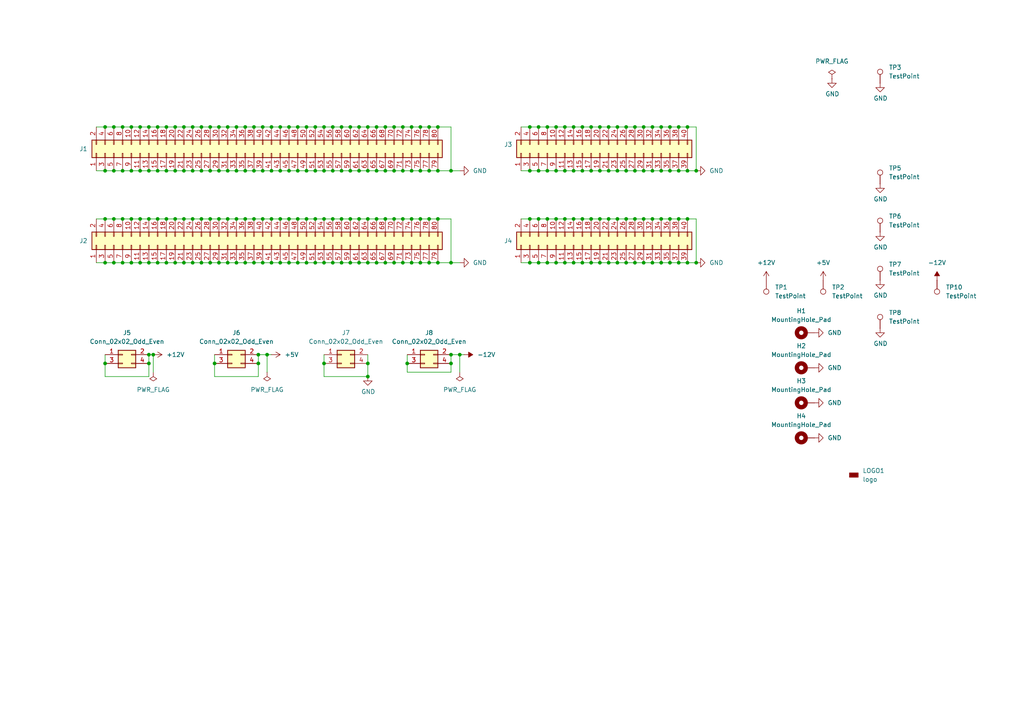
<source format=kicad_sch>
(kicad_sch (version 20231120) (generator "eeschema") (generator_version "8.0")
  (paper "A4")
  (lib_symbols
    (symbol "Connector:TestPoint" (pin_numbers hide) (pin_names (offset 0.762) hide)
      (property "Reference" "TP" (at 0 6.858 0))
      (property "Value" "TestPoint" (at 0 5.08 0))
      (symbol "TestPoint_1_1"
        (pin passive line (at 0 0 90) (length 2.54) (name "1") (number "1"))
      )
    )
    (symbol "Connector_Generic:Conn_02x02_Odd_Even" (pin_names (offset 1.016) hide)
      (property "Reference" "J" (at 1.27 2.54 0))
      (property "Value" "Conn_02x02_Odd_Even" (at 1.27 -5.08 0))
      (symbol "Conn_02x02_Odd_Even_1_1"
        (pin passive line (at -5.08 0 0) (length 3.81) (name "Pin_1") (number "1"))
        (pin passive line (at 7.62 0 180) (length 3.81) (name "Pin_2") (number "2"))
        (pin passive line (at -5.08 -2.54 0) (length 3.81) (name "Pin_3") (number "3"))
        (pin passive line (at 7.62 -2.54 180) (length 3.81) (name "Pin_4") (number "4"))
      )
    )
    (symbol "Connector_Generic:Conn_02x20_Odd_Even" (pin_names (offset 1.016) hide)
      (property "Reference" "J" (at 1.27 25.4 0))
      (property "Value" "Conn_02x20_Odd_Even" (at 1.27 -27.94 0))
      (symbol "Conn_02x20_Odd_Even_1_1"
        (pin passive line (at -5.08 22.86 0) (length 3.81) (name "Pin_1") (number "1"))
        (pin passive line (at 7.62 12.7 180) (length 3.81) (name "Pin_10") (number "10"))
        (pin passive line (at -5.08 10.16 0) (length 3.81) (name "Pin_11") (number "11"))
        (pin passive line (at 7.62 10.16 180) (length 3.81) (name "Pin_12") (number "12"))
        (pin passive line (at -5.08 7.62 0) (length 3.81) (name "Pin_13") (number "13"))
        (pin passive line (at 7.62 7.62 180) (length 3.81) (name "Pin_14") (number "14"))
        (pin passive line (at -5.08 5.08 0) (length 3.81) (name "Pin_15") (number "15"))
        (pin passive line (at 7.62 5.08 180) (length 3.81) (name "Pin_16") (number "16"))
        (pin passive line (at -5.08 2.54 0) (length 3.81) (name "Pin_17") (number "17"))
        (pin passive line (at 7.62 2.54 180) (length 3.81) (name "Pin_18") (number "18"))
        (pin passive line (at -5.08 0 0) (length 3.81) (name "Pin_19") (number "19"))
        (pin passive line (at 7.62 22.86 180) (length 3.81) (name "Pin_2") (number "2"))
        (pin passive line (at 7.62 0 180) (length 3.81) (name "Pin_20") (number "20"))
        (pin passive line (at -5.08 -2.54 0) (length 3.81) (name "Pin_21") (number "21"))
        (pin passive line (at 7.62 -2.54 180) (length 3.81) (name "Pin_22") (number "22"))
        (pin passive line (at -5.08 -5.08 0) (length 3.81) (name "Pin_23") (number "23"))
        (pin passive line (at 7.62 -5.08 180) (length 3.81) (name "Pin_24") (number "24"))
        (pin passive line (at -5.08 -7.62 0) (length 3.81) (name "Pin_25") (number "25"))
        (pin passive line (at 7.62 -7.62 180) (length 3.81) (name "Pin_26") (number "26"))
        (pin passive line (at -5.08 -10.16 0) (length 3.81) (name "Pin_27") (number "27"))
        (pin passive line (at 7.62 -10.16 180) (length 3.81) (name "Pin_28") (number "28"))
        (pin passive line (at -5.08 -12.7 0) (length 3.81) (name "Pin_29") (number "29"))
        (pin passive line (at -5.08 20.32 0) (length 3.81) (name "Pin_3") (number "3"))
        (pin passive line (at 7.62 -12.7 180) (length 3.81) (name "Pin_30") (number "30"))
        (pin passive line (at -5.08 -15.24 0) (length 3.81) (name "Pin_31") (number "31"))
        (pin passive line (at 7.62 -15.24 180) (length 3.81) (name "Pin_32") (number "32"))
        (pin passive line (at -5.08 -17.78 0) (length 3.81) (name "Pin_33") (number "33"))
        (pin passive line (at 7.62 -17.78 180) (length 3.81) (name "Pin_34") (number "34"))
        (pin passive line (at -5.08 -20.32 0) (length 3.81) (name "Pin_35") (number "35"))
        (pin passive line (at 7.62 -20.32 180) (length 3.81) (name "Pin_36") (number "36"))
        (pin passive line (at -5.08 -22.86 0) (length 3.81) (name "Pin_37") (number "37"))
        (pin passive line (at 7.62 -22.86 180) (length 3.81) (name "Pin_38") (number "38"))
        (pin passive line (at -5.08 -25.4 0) (length 3.81) (name "Pin_39") (number "39"))
        (pin passive line (at 7.62 20.32 180) (length 3.81) (name "Pin_4") (number "4"))
        (pin passive line (at 7.62 -25.4 180) (length 3.81) (name "Pin_40") (number "40"))
        (pin passive line (at -5.08 17.78 0) (length 3.81) (name "Pin_5") (number "5"))
        (pin passive line (at 7.62 17.78 180) (length 3.81) (name "Pin_6") (number "6"))
        (pin passive line (at -5.08 15.24 0) (length 3.81) (name "Pin_7") (number "7"))
        (pin passive line (at 7.62 15.24 180) (length 3.81) (name "Pin_8") (number "8"))
        (pin passive line (at -5.08 12.7 0) (length 3.81) (name "Pin_9") (number "9"))
      )
    )
    (symbol "Connector_Generic:Conn_02x40_Odd_Even" (pin_names (offset 1.016) hide)
      (property "Reference" "J" (at 1.27 50.8 0))
      (property "Value" "Conn_02x40_Odd_Even" (at 1.27 -53.34 0))
      (symbol "Conn_02x40_Odd_Even_1_1"
        (pin passive line (at -5.08 48.26 0) (length 3.81) (name "Pin_1") (number "1"))
        (pin passive line (at 7.62 38.1 180) (length 3.81) (name "Pin_10") (number "10"))
        (pin passive line (at -5.08 35.56 0) (length 3.81) (name "Pin_11") (number "11"))
        (pin passive line (at 7.62 35.56 180) (length 3.81) (name "Pin_12") (number "12"))
        (pin passive line (at -5.08 33.02 0) (length 3.81) (name "Pin_13") (number "13"))
        (pin passive line (at 7.62 33.02 180) (length 3.81) (name "Pin_14") (number "14"))
        (pin passive line (at -5.08 30.48 0) (length 3.81) (name "Pin_15") (number "15"))
        (pin passive line (at 7.62 30.48 180) (length 3.81) (name "Pin_16") (number "16"))
        (pin passive line (at -5.08 27.94 0) (length 3.81) (name "Pin_17") (number "17"))
        (pin passive line (at 7.62 27.94 180) (length 3.81) (name "Pin_18") (number "18"))
        (pin passive line (at -5.08 25.4 0) (length 3.81) (name "Pin_19") (number "19"))
        (pin passive line (at 7.62 48.26 180) (length 3.81) (name "Pin_2") (number "2"))
        (pin passive line (at 7.62 25.4 180) (length 3.81) (name "Pin_20") (number "20"))
        (pin passive line (at -5.08 22.86 0) (length 3.81) (name "Pin_21") (number "21"))
        (pin passive line (at 7.62 22.86 180) (length 3.81) (name "Pin_22") (number "22"))
        (pin passive line (at -5.08 20.32 0) (length 3.81) (name "Pin_23") (number "23"))
        (pin passive line (at 7.62 20.32 180) (length 3.81) (name "Pin_24") (number "24"))
        (pin passive line (at -5.08 17.78 0) (length 3.81) (name "Pin_25") (number "25"))
        (pin passive line (at 7.62 17.78 180) (length 3.81) (name "Pin_26") (number "26"))
        (pin passive line (at -5.08 15.24 0) (length 3.81) (name "Pin_27") (number "27"))
        (pin passive line (at 7.62 15.24 180) (length 3.81) (name "Pin_28") (number "28"))
        (pin passive line (at -5.08 12.7 0) (length 3.81) (name "Pin_29") (number "29"))
        (pin passive line (at -5.08 45.72 0) (length 3.81) (name "Pin_3") (number "3"))
        (pin passive line (at 7.62 12.7 180) (length 3.81) (name "Pin_30") (number "30"))
        (pin passive line (at -5.08 10.16 0) (length 3.81) (name "Pin_31") (number "31"))
        (pin passive line (at 7.62 10.16 180) (length 3.81) (name "Pin_32") (number "32"))
        (pin passive line (at -5.08 7.62 0) (length 3.81) (name "Pin_33") (number "33"))
        (pin passive line (at 7.62 7.62 180) (length 3.81) (name "Pin_34") (number "34"))
        (pin passive line (at -5.08 5.08 0) (length 3.81) (name "Pin_35") (number "35"))
        (pin passive line (at 7.62 5.08 180) (length 3.81) (name "Pin_36") (number "36"))
        (pin passive line (at -5.08 2.54 0) (length 3.81) (name "Pin_37") (number "37"))
        (pin passive line (at 7.62 2.54 180) (length 3.81) (name "Pin_38") (number "38"))
        (pin passive line (at -5.08 0 0) (length 3.81) (name "Pin_39") (number "39"))
        (pin passive line (at 7.62 45.72 180) (length 3.81) (name "Pin_4") (number "4"))
        (pin passive line (at 7.62 0 180) (length 3.81) (name "Pin_40") (number "40"))
        (pin passive line (at -5.08 -2.54 0) (length 3.81) (name "Pin_41") (number "41"))
        (pin passive line (at 7.62 -2.54 180) (length 3.81) (name "Pin_42") (number "42"))
        (pin passive line (at -5.08 -5.08 0) (length 3.81) (name "Pin_43") (number "43"))
        (pin passive line (at 7.62 -5.08 180) (length 3.81) (name "Pin_44") (number "44"))
        (pin passive line (at -5.08 -7.62 0) (length 3.81) (name "Pin_45") (number "45"))
        (pin passive line (at 7.62 -7.62 180) (length 3.81) (name "Pin_46") (number "46"))
        (pin passive line (at -5.08 -10.16 0) (length 3.81) (name "Pin_47") (number "47"))
        (pin passive line (at 7.62 -10.16 180) (length 3.81) (name "Pin_48") (number "48"))
        (pin passive line (at -5.08 -12.7 0) (length 3.81) (name "Pin_49") (number "49"))
        (pin passive line (at -5.08 43.18 0) (length 3.81) (name "Pin_5") (number "5"))
        (pin passive line (at 7.62 -12.7 180) (length 3.81) (name "Pin_50") (number "50"))
        (pin passive line (at -5.08 -15.24 0) (length 3.81) (name "Pin_51") (number "51"))
        (pin passive line (at 7.62 -15.24 180) (length 3.81) (name "Pin_52") (number "52"))
        (pin passive line (at -5.08 -17.78 0) (length 3.81) (name "Pin_53") (number "53"))
        (pin passive line (at 7.62 -17.78 180) (length 3.81) (name "Pin_54") (number "54"))
        (pin passive line (at -5.08 -20.32 0) (length 3.81) (name "Pin_55") (number "55"))
        (pin passive line (at 7.62 -20.32 180) (length 3.81) (name "Pin_56") (number "56"))
        (pin passive line (at -5.08 -22.86 0) (length 3.81) (name "Pin_57") (number "57"))
        (pin passive line (at 7.62 -22.86 180) (length 3.81) (name "Pin_58") (number "58"))
        (pin passive line (at -5.08 -25.4 0) (length 3.81) (name "Pin_59") (number "59"))
        (pin passive line (at 7.62 43.18 180) (length 3.81) (name "Pin_6") (number "6"))
        (pin passive line (at 7.62 -25.4 180) (length 3.81) (name "Pin_60") (number "60"))
        (pin passive line (at -5.08 -27.94 0) (length 3.81) (name "Pin_61") (number "61"))
        (pin passive line (at 7.62 -27.94 180) (length 3.81) (name "Pin_62") (number "62"))
        (pin passive line (at -5.08 -30.48 0) (length 3.81) (name "Pin_63") (number "63"))
        (pin passive line (at 7.62 -30.48 180) (length 3.81) (name "Pin_64") (number "64"))
        (pin passive line (at -5.08 -33.02 0) (length 3.81) (name "Pin_65") (number "65"))
        (pin passive line (at 7.62 -33.02 180) (length 3.81) (name "Pin_66") (number "66"))
        (pin passive line (at -5.08 -35.56 0) (length 3.81) (name "Pin_67") (number "67"))
        (pin passive line (at 7.62 -35.56 180) (length 3.81) (name "Pin_68") (number "68"))
        (pin passive line (at -5.08 -38.1 0) (length 3.81) (name "Pin_69") (number "69"))
        (pin passive line (at -5.08 40.64 0) (length 3.81) (name "Pin_7") (number "7"))
        (pin passive line (at 7.62 -38.1 180) (length 3.81) (name "Pin_70") (number "70"))
        (pin passive line (at -5.08 -40.64 0) (length 3.81) (name "Pin_71") (number "71"))
        (pin passive line (at 7.62 -40.64 180) (length 3.81) (name "Pin_72") (number "72"))
        (pin passive line (at -5.08 -43.18 0) (length 3.81) (name "Pin_73") (number "73"))
        (pin passive line (at 7.62 -43.18 180) (length 3.81) (name "Pin_74") (number "74"))
        (pin passive line (at -5.08 -45.72 0) (length 3.81) (name "Pin_75") (number "75"))
        (pin passive line (at 7.62 -45.72 180) (length 3.81) (name "Pin_76") (number "76"))
        (pin passive line (at -5.08 -48.26 0) (length 3.81) (name "Pin_77") (number "77"))
        (pin passive line (at 7.62 -48.26 180) (length 3.81) (name "Pin_78") (number "78"))
        (pin passive line (at -5.08 -50.8 0) (length 3.81) (name "Pin_79") (number "79"))
        (pin passive line (at 7.62 40.64 180) (length 3.81) (name "Pin_8") (number "8"))
        (pin passive line (at 7.62 -50.8 180) (length 3.81) (name "Pin_80") (number "80"))
        (pin passive line (at -5.08 38.1 0) (length 3.81) (name "Pin_9") (number "9"))
      )
    )
    (symbol "Mechanical:MountingHole_Pad" (pin_numbers hide) (pin_names (offset 1.016) hide) (exclude_from_sim yes) (in_bom no)
      (property "Reference" "H" (at 0 6.35 0))
      (property "Value" "MountingHole_Pad" (at 0 4.445 0))
      (symbol "MountingHole_Pad_1_1"
        (pin input line (at 0 -2.54 90) (length 2.54) (name "1") (number "1"))
      )
    )
    (symbol "PWR_FLAG_1" (power) (pin_numbers hide) (pin_names (offset 0) hide)
      (property "Value" "PWR_FLAG" (at 0 3.81 0))
      (symbol "PWR_FLAG_1_0_0"
        (pin power_out line (at 0 0 90) (length 0) (name "~") (number "1"))
      )
    )
    (symbol "mylib:logo" (pin_numbers hide) (pin_names (offset 0) hide)
      (property "Reference" "LOGO" (at 0 2.54 0))
      (property "Value" "logo" (at 0 1.27 0))
    )
    (symbol "power:+12V" (power) (pin_numbers hide) (pin_names (offset 0) hide)
      (property "Value" "+12V" (at 0 3.556 0))
      (symbol "+12V_1_1"
        (pin power_in line (at 0 0 90) (length 0) (name "~") (number "1"))
      )
    )
    (symbol "power:+5V" (power) (pin_numbers hide) (pin_names (offset 0) hide)
      (property "Value" "+5V" (at 0 3.556 0))
      (symbol "+5V_1_1"
        (pin power_in line (at 0 0 90) (length 0) (name "~") (number "1"))
      )
    )
    (symbol "power:-12V" (power) (pin_numbers hide) (pin_names (offset 0) hide)
      (property "Value" "-12V" (at 0 3.556 0))
      (symbol "-12V_0_0"
        (pin power_in line (at 0 0 90) (length 0) (name "~") (number "1"))
      )
    )
    (symbol "power:GND" (power) (pin_numbers hide) (pin_names (offset 0) hide)
      (property "Value" "GND" (at 0 -3.81 0))
      (symbol "GND_1_1"
        (pin power_in line (at 0 0 270) (length 0) (name "~") (number "1"))
      )
    )
  )
  (junction (at 104.14 36.83))
  (junction (at 158.75 49.53))
  (junction (at 40.64 49.53))
  (junction (at 60.96 36.83))
  (junction (at 181.61 49.53))
  (junction (at 50.8 63.5))
  (junction (at 114.3 36.83))
  (junction (at 168.91 76.2))
  (junction (at 168.91 49.53))
  (junction (at 73.66 49.53))
  (junction (at 179.07 63.5))
  (junction (at 33.02 76.2))
  (junction (at 55.88 76.2))
  (junction (at 101.6 36.83))
  (junction (at 78.74 76.2))
  (junction (at 35.56 49.53))
  (junction (at 93.98 49.53))
  (junction (at 189.23 63.5))
  (junction (at 58.42 63.5))
  (junction (at 53.34 36.83))
  (junction (at 78.74 63.5))
  (junction (at 153.67 76.2))
  (junction (at 171.45 36.83))
  (junction (at 33.02 49.53))
  (junction (at 194.31 49.53))
  (junction (at 173.99 36.83))
  (junction (at 121.92 49.53))
  (junction (at 30.48 63.5))
  (junction (at 119.38 36.83))
  (junction (at 111.76 49.53))
  (junction (at 60.96 49.53))
  (junction (at 76.2 76.2))
  (junction (at 166.37 49.53))
  (junction (at 179.07 49.53))
  (junction (at 166.37 63.5))
  (junction (at 30.48 105.41))
  (junction (at 88.9 76.2))
  (junction (at 153.67 63.5))
  (junction (at 153.67 36.83))
  (junction (at 60.96 63.5))
  (junction (at 88.9 36.83))
  (junction (at 184.15 49.53))
  (junction (at 156.21 63.5))
  (junction (at 86.36 63.5))
  (junction (at 194.31 63.5))
  (junction (at 127 49.53))
  (junction (at 179.07 76.2))
  (junction (at 38.1 36.83))
  (junction (at 50.8 76.2))
  (junction (at 55.88 49.53))
  (junction (at 99.06 36.83))
  (junction (at 196.85 63.5))
  (junction (at 161.29 63.5))
  (junction (at 99.06 49.53))
  (junction (at 63.5 76.2))
  (junction (at 130.81 102.87))
  (junction (at 91.44 63.5))
  (junction (at 130.81 49.53))
  (junction (at 163.83 76.2))
  (junction (at 78.74 36.83))
  (junction (at 161.29 49.53))
  (junction (at 68.58 76.2))
  (junction (at 45.72 76.2))
  (junction (at 96.52 76.2))
  (junction (at 43.18 63.5))
  (junction (at 189.23 49.53))
  (junction (at 114.3 63.5))
  (junction (at 96.52 63.5))
  (junction (at 86.36 49.53))
  (junction (at 91.44 76.2))
  (junction (at 48.26 36.83))
  (junction (at 171.45 49.53))
  (junction (at 99.06 76.2))
  (junction (at 196.85 76.2))
  (junction (at 109.22 76.2))
  (junction (at 127 63.5))
  (junction (at 66.04 76.2))
  (junction (at 130.81 105.41))
  (junction (at 199.39 36.83))
  (junction (at 119.38 49.53))
  (junction (at 43.18 76.2))
  (junction (at 76.2 63.5))
  (junction (at 101.6 76.2))
  (junction (at 161.29 76.2))
  (junction (at 173.99 63.5))
  (junction (at 199.39 76.2))
  (junction (at 124.46 63.5))
  (junction (at 191.77 63.5))
  (junction (at 184.15 36.83))
  (junction (at 189.23 36.83))
  (junction (at 50.8 49.53))
  (junction (at 196.85 49.53))
  (junction (at 176.53 63.5))
  (junction (at 86.36 36.83))
  (junction (at 35.56 36.83))
  (junction (at 45.72 63.5))
  (junction (at 48.26 63.5))
  (junction (at 81.28 36.83))
  (junction (at 106.68 109.22))
  (junction (at 106.68 76.2))
  (junction (at 191.77 49.53))
  (junction (at 58.42 76.2))
  (junction (at 181.61 36.83))
  (junction (at 176.53 49.53))
  (junction (at 116.84 63.5))
  (junction (at 74.93 102.87))
  (junction (at 73.66 76.2))
  (junction (at 53.34 49.53))
  (junction (at 173.99 76.2))
  (junction (at 43.18 105.41))
  (junction (at 66.04 36.83))
  (junction (at 199.39 63.5))
  (junction (at 73.66 36.83))
  (junction (at 163.83 49.53))
  (junction (at 166.37 76.2))
  (junction (at 109.22 63.5))
  (junction (at 201.93 49.53))
  (junction (at 181.61 76.2))
  (junction (at 96.52 49.53))
  (junction (at 184.15 76.2))
  (junction (at 186.69 63.5))
  (junction (at 156.21 49.53))
  (junction (at 163.83 63.5))
  (junction (at 48.26 49.53))
  (junction (at 186.69 36.83))
  (junction (at 93.98 63.5))
  (junction (at 106.68 36.83))
  (junction (at 55.88 36.83))
  (junction (at 83.82 49.53))
  (junction (at 196.85 36.83))
  (junction (at 33.02 63.5))
  (junction (at 119.38 76.2))
  (junction (at 186.69 76.2))
  (junction (at 109.22 49.53))
  (junction (at 71.12 63.5))
  (junction (at 168.91 36.83))
  (junction (at 81.28 63.5))
  (junction (at 176.53 76.2))
  (junction (at 99.06 63.5))
  (junction (at 38.1 76.2))
  (junction (at 38.1 49.53))
  (junction (at 68.58 63.5))
  (junction (at 171.45 63.5))
  (junction (at 71.12 76.2))
  (junction (at 153.67 49.53))
  (junction (at 121.92 63.5))
  (junction (at 118.11 105.41))
  (junction (at 58.42 49.53))
  (junction (at 179.07 36.83))
  (junction (at 86.36 76.2))
  (junction (at 124.46 36.83))
  (junction (at 40.64 63.5))
  (junction (at 91.44 36.83))
  (junction (at 40.64 76.2))
  (junction (at 45.72 36.83))
  (junction (at 93.98 76.2))
  (junction (at 156.21 36.83))
  (junction (at 76.2 36.83))
  (junction (at 161.29 36.83))
  (junction (at 68.58 36.83))
  (junction (at 127 36.83))
  (junction (at 130.81 76.2))
  (junction (at 116.84 76.2))
  (junction (at 60.96 76.2))
  (junction (at 171.45 76.2))
  (junction (at 194.31 36.83))
  (junction (at 166.37 36.83))
  (junction (at 106.68 105.41))
  (junction (at 106.68 49.53))
  (junction (at 114.3 49.53))
  (junction (at 133.35 102.87))
  (junction (at 201.93 76.2))
  (junction (at 63.5 36.83))
  (junction (at 44.45 102.87))
  (junction (at 116.84 36.83))
  (junction (at 53.34 63.5))
  (junction (at 83.82 76.2))
  (junction (at 119.38 63.5))
  (junction (at 74.93 105.41))
  (junction (at 53.34 76.2))
  (junction (at 93.98 36.83))
  (junction (at 121.92 36.83))
  (junction (at 184.15 63.5))
  (junction (at 168.91 63.5))
  (junction (at 173.99 49.53))
  (junction (at 114.3 76.2))
  (junction (at 104.14 63.5))
  (junction (at 104.14 49.53))
  (junction (at 156.21 76.2))
  (junction (at 93.98 105.41))
  (junction (at 77.47 102.87))
  (junction (at 66.04 63.5))
  (junction (at 176.53 36.83))
  (junction (at 121.92 76.2))
  (junction (at 38.1 63.5))
  (junction (at 111.76 63.5))
  (junction (at 101.6 63.5))
  (junction (at 55.88 63.5))
  (junction (at 109.22 36.83))
  (junction (at 191.77 76.2))
  (junction (at 71.12 49.53))
  (junction (at 30.48 76.2))
  (junction (at 35.56 76.2))
  (junction (at 111.76 36.83))
  (junction (at 124.46 76.2))
  (junction (at 191.77 36.83))
  (junction (at 124.46 49.53))
  (junction (at 158.75 63.5))
  (junction (at 48.26 76.2))
  (junction (at 76.2 49.53))
  (junction (at 43.18 36.83))
  (junction (at 127 76.2))
  (junction (at 71.12 36.83))
  (junction (at 40.64 36.83))
  (junction (at 81.28 49.53))
  (junction (at 194.31 76.2))
  (junction (at 62.23 105.41))
  (junction (at 106.68 63.5))
  (junction (at 158.75 76.2))
  (junction (at 58.42 36.83))
  (junction (at 83.82 36.83))
  (junction (at 186.69 49.53))
  (junction (at 35.56 63.5))
  (junction (at 68.58 49.53))
  (junction (at 158.75 36.83))
  (junction (at 91.44 49.53))
  (junction (at 73.66 63.5))
  (junction (at 30.48 36.83))
  (junction (at 88.9 49.53))
  (junction (at 43.18 102.87))
  (junction (at 30.48 49.53))
  (junction (at 45.72 49.53))
  (junction (at 116.84 49.53))
  (junction (at 111.76 76.2))
  (junction (at 33.02 36.83))
  (junction (at 199.39 49.53))
  (junction (at 181.61 63.5))
  (junction (at 88.9 63.5))
  (junction (at 50.8 36.83))
  (junction (at 96.52 36.83))
  (junction (at 104.14 76.2))
  (junction (at 101.6 49.53))
  (junction (at 163.83 36.83))
  (junction (at 189.23 76.2))
  (junction (at 66.04 49.53))
  (junction (at 63.5 63.5))
  (junction (at 83.82 63.5))
  (junction (at 43.18 49.53))
  (junction (at 78.74 49.53))
  (junction (at 63.5 49.53))
  (junction (at 81.28 76.2))
  (wire (pts (xy 96.52 76.2) (xy 99.06 76.2)))
  (wire (pts (xy 55.88 36.83) (xy 58.42 36.83)))
  (wire (pts (xy 53.34 49.53) (xy 55.88 49.53)))
  (wire (pts (xy 66.04 76.2) (xy 68.58 76.2)))
  (wire (pts (xy 151.13 49.53) (xy 153.67 49.53)))
  (wire (pts (xy 38.1 36.83) (xy 40.64 36.83)))
  (wire (pts (xy 81.28 63.5) (xy 83.82 63.5)))
  (wire (pts (xy 93.98 76.2) (xy 96.52 76.2)))
  (wire (pts (xy 166.37 49.53) (xy 168.91 49.53)))
  (wire (pts (xy 96.52 36.83) (xy 99.06 36.83)))
  (wire (pts (xy 124.46 76.2) (xy 127 76.2)))
  (wire (pts (xy 58.42 49.53) (xy 60.96 49.53)))
  (wire (pts (xy 45.72 76.2) (xy 48.26 76.2)))
  (wire (pts (xy 83.82 63.5) (xy 86.36 63.5)))
  (wire (pts (xy 62.23 102.87) (xy 62.23 105.41)))
  (wire (pts (xy 83.82 49.53) (xy 86.36 49.53)))
  (wire (pts (xy 58.42 36.83) (xy 60.96 36.83)))
  (wire (pts (xy 74.93 102.87) (xy 77.47 102.87)))
  (wire (pts (xy 189.23 36.83) (xy 191.77 36.83)))
  (wire (pts (xy 40.64 36.83) (xy 43.18 36.83)))
  (wire (pts (xy 106.68 109.22) (xy 93.98 109.22)))
  (wire (pts (xy 196.85 76.2) (xy 199.39 76.2)))
  (wire (pts (xy 60.96 49.53) (xy 63.5 49.53)))
  (wire (pts (xy 163.83 76.2) (xy 166.37 76.2)))
  (wire (pts (xy 73.66 63.5) (xy 76.2 63.5)))
  (wire (pts (xy 130.81 102.87) (xy 133.35 102.87)))
  (wire (pts (xy 179.07 76.2) (xy 181.61 76.2)))
  (wire (pts (xy 66.04 36.83) (xy 68.58 36.83)))
  (wire (pts (xy 130.81 102.87) (xy 130.81 105.41)))
  (wire (pts (xy 93.98 102.87) (xy 93.98 105.41)))
  (wire (pts (xy 158.75 76.2) (xy 161.29 76.2)))
  (wire (pts (xy 176.53 49.53) (xy 179.07 49.53)))
  (wire (pts (xy 68.58 63.5) (xy 71.12 63.5)))
  (wire (pts (xy 101.6 49.53) (xy 104.14 49.53)))
  (wire (pts (xy 201.93 76.2) (xy 201.93 63.5)))
  (wire (pts (xy 99.06 49.53) (xy 101.6 49.53)))
  (wire (pts (xy 163.83 49.53) (xy 166.37 49.53)))
  (wire (pts (xy 50.8 49.53) (xy 53.34 49.53)))
  (wire (pts (xy 186.69 36.83) (xy 189.23 36.83)))
  (wire (pts (xy 201.93 49.53) (xy 201.93 36.83)))
  (wire (pts (xy 166.37 76.2) (xy 168.91 76.2)))
  (wire (pts (xy 33.02 63.5) (xy 35.56 63.5)))
  (wire (pts (xy 38.1 76.2) (xy 40.64 76.2)))
  (wire (pts (xy 73.66 36.83) (xy 76.2 36.83)))
  (wire (pts (xy 30.48 49.53) (xy 33.02 49.53)))
  (wire (pts (xy 30.48 102.87) (xy 30.48 105.41)))
  (wire (pts (xy 161.29 76.2) (xy 163.83 76.2)))
  (wire (pts (xy 106.68 36.83) (xy 109.22 36.83)))
  (wire (pts (xy 62.23 109.22) (xy 74.93 109.22)))
  (wire (pts (xy 33.02 49.53) (xy 35.56 49.53)))
  (wire (pts (xy 166.37 36.83) (xy 168.91 36.83)))
  (wire (pts (xy 83.82 76.2) (xy 86.36 76.2)))
  (wire (pts (xy 77.47 102.87) (xy 78.74 102.87)))
  (wire (pts (xy 127 49.53) (xy 130.81 49.53)))
  (wire (pts (xy 133.35 102.87) (xy 133.35 107.95)))
  (wire (pts (xy 184.15 63.5) (xy 186.69 63.5)))
  (wire (pts (xy 58.42 63.5) (xy 60.96 63.5)))
  (wire (pts (xy 45.72 49.53) (xy 48.26 49.53)))
  (wire (pts (xy 181.61 36.83) (xy 184.15 36.83)))
  (wire (pts (xy 130.81 36.83) (xy 130.81 49.53)))
  (wire (pts (xy 191.77 63.5) (xy 189.23 63.5)))
  (wire (pts (xy 76.2 36.83) (xy 78.74 36.83)))
  (wire (pts (xy 199.39 49.53) (xy 201.93 49.53)))
  (wire (pts (xy 48.26 36.83) (xy 50.8 36.83)))
  (wire (pts (xy 168.91 76.2) (xy 171.45 76.2)))
  (wire (pts (xy 78.74 49.53) (xy 81.28 49.53)))
  (wire (pts (xy 40.64 49.53) (xy 43.18 49.53)))
  (wire (pts (xy 93.98 36.83) (xy 96.52 36.83)))
  (wire (pts (xy 43.18 76.2) (xy 45.72 76.2)))
  (wire (pts (xy 43.18 105.41) (xy 43.18 109.22)))
  (wire (pts (xy 194.31 76.2) (xy 196.85 76.2)))
  (wire (pts (xy 43.18 49.53) (xy 45.72 49.53)))
  (wire (pts (xy 43.18 102.87) (xy 44.45 102.87)))
  (wire (pts (xy 171.45 63.5) (xy 173.99 63.5)))
  (wire (pts (xy 55.88 63.5) (xy 58.42 63.5)))
  (wire (pts (xy 50.8 76.2) (xy 53.34 76.2)))
  (wire (pts (xy 44.45 102.87) (xy 44.45 107.95)))
  (wire (pts (xy 62.23 105.41) (xy 62.23 109.22)))
  (wire (pts (xy 81.28 76.2) (xy 83.82 76.2)))
  (wire (pts (xy 60.96 63.5) (xy 63.5 63.5)))
  (wire (pts (xy 179.07 63.5) (xy 181.61 63.5)))
  (wire (pts (xy 33.02 36.83) (xy 35.56 36.83)))
  (wire (pts (xy 63.5 36.83) (xy 66.04 36.83)))
  (wire (pts (xy 118.11 102.87) (xy 118.11 105.41)))
  (wire (pts (xy 35.56 49.53) (xy 38.1 49.53)))
  (wire (pts (xy 88.9 63.5) (xy 91.44 63.5)))
  (wire (pts (xy 43.18 36.83) (xy 45.72 36.83)))
  (wire (pts (xy 27.94 63.5) (xy 30.48 63.5)))
  (wire (pts (xy 171.45 49.53) (xy 173.99 49.53)))
  (wire (pts (xy 78.74 76.2) (xy 81.28 76.2)))
  (wire (pts (xy 127 36.83) (xy 130.81 36.83)))
  (wire (pts (xy 93.98 49.53) (xy 96.52 49.53)))
  (wire (pts (xy 93.98 109.22) (xy 93.98 105.41)))
  (wire (pts (xy 124.46 36.83) (xy 127 36.83)))
  (wire (pts (xy 45.72 63.5) (xy 48.26 63.5)))
  (wire (pts (xy 71.12 49.53) (xy 73.66 49.53)))
  (wire (pts (xy 173.99 36.83) (xy 176.53 36.83)))
  (wire (pts (xy 119.38 49.53) (xy 121.92 49.53)))
  (wire (pts (xy 119.38 76.2) (xy 121.92 76.2)))
  (wire (pts (xy 30.48 109.22) (xy 43.18 109.22)))
  (wire (pts (xy 99.06 63.5) (xy 101.6 63.5)))
  (wire (pts (xy 99.06 36.83) (xy 101.6 36.83)))
  (wire (pts (xy 176.53 76.2) (xy 179.07 76.2)))
  (wire (pts (xy 156.21 63.5) (xy 158.75 63.5)))
  (wire (pts (xy 30.48 76.2) (xy 33.02 76.2)))
  (wire (pts (xy 71.12 36.83) (xy 73.66 36.83)))
  (wire (pts (xy 179.07 49.53) (xy 181.61 49.53)))
  (wire (pts (xy 86.36 49.53) (xy 88.9 49.53)))
  (wire (pts (xy 118.11 107.95) (xy 130.81 107.95)))
  (wire (pts (xy 116.84 36.83) (xy 119.38 36.83)))
  (wire (pts (xy 163.83 36.83) (xy 166.37 36.83)))
  (wire (pts (xy 106.68 105.41) (xy 106.68 109.22)))
  (wire (pts (xy 173.99 49.53) (xy 176.53 49.53)))
  (wire (pts (xy 199.39 63.5) (xy 201.93 63.5)))
  (wire (pts (xy 130.81 105.41) (xy 130.81 107.95)))
  (wire (pts (xy 91.44 49.53) (xy 93.98 49.53)))
  (wire (pts (xy 78.74 63.5) (xy 81.28 63.5)))
  (wire (pts (xy 118.11 105.41) (xy 118.11 107.95)))
  (wire (pts (xy 77.47 102.87) (xy 77.47 107.95)))
  (wire (pts (xy 111.76 76.2) (xy 114.3 76.2)))
  (wire (pts (xy 163.83 63.5) (xy 166.37 63.5)))
  (wire (pts (xy 194.31 49.53) (xy 196.85 49.53)))
  (wire (pts (xy 173.99 63.5) (xy 176.53 63.5)))
  (wire (pts (xy 116.84 63.5) (xy 119.38 63.5)))
  (wire (pts (xy 168.91 36.83) (xy 171.45 36.83)))
  (wire (pts (xy 27.94 36.83) (xy 30.48 36.83)))
  (wire (pts (xy 171.45 36.83) (xy 173.99 36.83)))
  (wire (pts (xy 48.26 63.5) (xy 50.8 63.5)))
  (wire (pts (xy 166.37 63.5) (xy 168.91 63.5)))
  (wire (pts (xy 111.76 36.83) (xy 114.3 36.83)))
  (wire (pts (xy 156.21 76.2) (xy 158.75 76.2)))
  (wire (pts (xy 168.91 49.53) (xy 171.45 49.53)))
  (wire (pts (xy 201.93 36.83) (xy 199.39 36.83)))
  (wire (pts (xy 33.02 76.2) (xy 35.56 76.2)))
  (wire (pts (xy 176.53 36.83) (xy 179.07 36.83)))
  (wire (pts (xy 130.81 63.5) (xy 130.81 76.2)))
  (wire (pts (xy 83.82 36.83) (xy 86.36 36.83)))
  (wire (pts (xy 161.29 63.5) (xy 163.83 63.5)))
  (wire (pts (xy 91.44 76.2) (xy 93.98 76.2)))
  (wire (pts (xy 181.61 76.2) (xy 184.15 76.2)))
  (wire (pts (xy 60.96 76.2) (xy 63.5 76.2)))
  (wire (pts (xy 109.22 49.53) (xy 111.76 49.53)))
  (wire (pts (xy 38.1 49.53) (xy 40.64 49.53)))
  (wire (pts (xy 58.42 76.2) (xy 60.96 76.2)))
  (wire (pts (xy 86.36 63.5) (xy 88.9 63.5)))
  (wire (pts (xy 27.94 49.53) (xy 30.48 49.53)))
  (wire (pts (xy 191.77 49.53) (xy 189.23 49.53)))
  (wire (pts (xy 53.34 76.2) (xy 55.88 76.2)))
  (wire (pts (xy 30.48 63.5) (xy 33.02 63.5)))
  (wire (pts (xy 48.26 76.2) (xy 50.8 76.2)))
  (wire (pts (xy 60.96 36.83) (xy 63.5 36.83)))
  (wire (pts (xy 73.66 76.2) (xy 76.2 76.2)))
  (wire (pts (xy 186.69 76.2) (xy 189.23 76.2)))
  (wire (pts (xy 45.72 36.83) (xy 48.26 36.83)))
  (wire (pts (xy 158.75 49.53) (xy 161.29 49.53)))
  (wire (pts (xy 88.9 76.2) (xy 91.44 76.2)))
  (wire (pts (xy 114.3 76.2) (xy 116.84 76.2)))
  (wire (pts (xy 153.67 63.5) (xy 156.21 63.5)))
  (wire (pts (xy 104.14 36.83) (xy 106.68 36.83)))
  (wire (pts (xy 153.67 76.2) (xy 156.21 76.2)))
  (wire (pts (xy 173.99 76.2) (xy 176.53 76.2)))
  (wire (pts (xy 151.13 63.5) (xy 153.67 63.5)))
  (wire (pts (xy 161.29 36.83) (xy 163.83 36.83)))
  (wire (pts (xy 151.13 36.83) (xy 153.67 36.83)))
  (wire (pts (xy 53.34 36.83) (xy 55.88 36.83)))
  (wire (pts (xy 88.9 49.53) (xy 91.44 49.53)))
  (wire (pts (xy 176.53 63.5) (xy 179.07 63.5)))
  (wire (pts (xy 184.15 49.53) (xy 186.69 49.53)))
  (wire (pts (xy 119.38 36.83) (xy 121.92 36.83)))
  (wire (pts (xy 35.56 36.83) (xy 38.1 36.83)))
  (wire (pts (xy 109.22 63.5) (xy 111.76 63.5)))
  (wire (pts (xy 88.9 36.83) (xy 91.44 36.83)))
  (wire (pts (xy 181.61 49.53) (xy 184.15 49.53)))
  (wire (pts (xy 76.2 63.5) (xy 78.74 63.5)))
  (wire (pts (xy 106.68 63.5) (xy 109.22 63.5)))
  (wire (pts (xy 161.29 49.53) (xy 163.83 49.53)))
  (wire (pts (xy 196.85 36.83) (xy 199.39 36.83)))
  (wire (pts (xy 78.74 36.83) (xy 81.28 36.83)))
  (wire (pts (xy 73.66 49.53) (xy 76.2 49.53)))
  (wire (pts (xy 186.69 63.5) (xy 189.23 63.5)))
  (wire (pts (xy 111.76 49.53) (xy 114.3 49.53)))
  (wire (pts (xy 35.56 63.5) (xy 38.1 63.5)))
  (wire (pts (xy 96.52 49.53) (xy 99.06 49.53)))
  (wire (pts (xy 158.75 36.83) (xy 161.29 36.83)))
  (wire (pts (xy 48.26 49.53) (xy 50.8 49.53)))
  (wire (pts (xy 116.84 49.53) (xy 119.38 49.53)))
  (wire (pts (xy 121.92 49.53) (xy 124.46 49.53)))
  (wire (pts (xy 153.67 49.53) (xy 156.21 49.53)))
  (wire (pts (xy 96.52 63.5) (xy 99.06 63.5)))
  (wire (pts (xy 50.8 63.5) (xy 53.34 63.5)))
  (wire (pts (xy 104.14 76.2) (xy 106.68 76.2)))
  (wire (pts (xy 168.91 63.5) (xy 171.45 63.5)))
  (wire (pts (xy 196.85 49.53) (xy 199.39 49.53)))
  (wire (pts (xy 184.15 36.83) (xy 186.69 36.83)))
  (wire (pts (xy 124.46 63.5) (xy 127 63.5)))
  (wire (pts (xy 116.84 76.2) (xy 119.38 76.2)))
  (wire (pts (xy 156.21 49.53) (xy 158.75 49.53)))
  (wire (pts (xy 114.3 36.83) (xy 116.84 36.83)))
  (wire (pts (xy 63.5 63.5) (xy 66.04 63.5)))
  (wire (pts (xy 43.18 63.5) (xy 45.72 63.5)))
  (wire (pts (xy 101.6 63.5) (xy 104.14 63.5)))
  (wire (pts (xy 109.22 76.2) (xy 111.76 76.2)))
  (wire (pts (xy 81.28 36.83) (xy 83.82 36.83)))
  (wire (pts (xy 81.28 49.53) (xy 83.82 49.53)))
  (wire (pts (xy 130.81 76.2) (xy 133.35 76.2)))
  (wire (pts (xy 191.77 76.2) (xy 194.31 76.2)))
  (wire (pts (xy 109.22 36.83) (xy 111.76 36.83)))
  (wire (pts (xy 43.18 102.87) (xy 43.18 105.41)))
  (wire (pts (xy 66.04 63.5) (xy 68.58 63.5)))
  (wire (pts (xy 66.04 49.53) (xy 68.58 49.53)))
  (wire (pts (xy 86.36 36.83) (xy 88.9 36.83)))
  (wire (pts (xy 53.34 63.5) (xy 55.88 63.5)))
  (wire (pts (xy 30.48 36.83) (xy 33.02 36.83)))
  (wire (pts (xy 106.68 102.87) (xy 106.68 105.41)))
  (wire (pts (xy 38.1 63.5) (xy 40.64 63.5)))
  (wire (pts (xy 104.14 63.5) (xy 106.68 63.5)))
  (wire (pts (xy 106.68 76.2) (xy 109.22 76.2)))
  (wire (pts (xy 114.3 63.5) (xy 116.84 63.5)))
  (wire (pts (xy 86.36 76.2) (xy 88.9 76.2)))
  (wire (pts (xy 156.21 36.83) (xy 158.75 36.83)))
  (wire (pts (xy 91.44 36.83) (xy 93.98 36.83)))
  (wire (pts (xy 40.64 76.2) (xy 43.18 76.2)))
  (wire (pts (xy 121.92 76.2) (xy 124.46 76.2)))
  (wire (pts (xy 184.15 76.2) (xy 186.69 76.2)))
  (wire (pts (xy 189.23 76.2) (xy 191.77 76.2)))
  (wire (pts (xy 68.58 49.53) (xy 71.12 49.53)))
  (wire (pts (xy 68.58 76.2) (xy 71.12 76.2)))
  (wire (pts (xy 191.77 36.83) (xy 194.31 36.83)))
  (wire (pts (xy 153.67 36.83) (xy 156.21 36.83)))
  (wire (pts (xy 121.92 63.5) (xy 124.46 63.5)))
  (wire (pts (xy 93.98 63.5) (xy 96.52 63.5)))
  (wire (pts (xy 106.68 49.53) (xy 109.22 49.53)))
  (wire (pts (xy 30.48 105.41) (xy 30.48 109.22)))
  (wire (pts (xy 74.93 102.87) (xy 74.93 105.41)))
  (wire (pts (xy 196.85 63.5) (xy 199.39 63.5)))
  (wire (pts (xy 40.64 63.5) (xy 43.18 63.5)))
  (wire (pts (xy 194.31 36.83) (xy 196.85 36.83)))
  (wire (pts (xy 186.69 49.53) (xy 189.23 49.53)))
  (wire (pts (xy 133.35 102.87) (xy 134.62 102.87)))
  (wire (pts (xy 114.3 49.53) (xy 116.84 49.53)))
  (wire (pts (xy 119.38 63.5) (xy 121.92 63.5)))
  (wire (pts (xy 55.88 49.53) (xy 58.42 49.53)))
  (wire (pts (xy 124.46 49.53) (xy 127 49.53)))
  (wire (pts (xy 171.45 76.2) (xy 173.99 76.2)))
  (wire (pts (xy 71.12 76.2) (xy 73.66 76.2)))
  (wire (pts (xy 91.44 63.5) (xy 93.98 63.5)))
  (wire (pts (xy 101.6 76.2) (xy 104.14 76.2)))
  (wire (pts (xy 55.88 76.2) (xy 58.42 76.2)))
  (wire (pts (xy 130.81 49.53) (xy 133.35 49.53)))
  (wire (pts (xy 158.75 63.5) (xy 161.29 63.5)))
  (wire (pts (xy 76.2 76.2) (xy 78.74 76.2)))
  (wire (pts (xy 104.14 49.53) (xy 106.68 49.53)))
  (wire (pts (xy 74.93 105.41) (xy 74.93 109.22)))
  (wire (pts (xy 63.5 76.2) (xy 66.04 76.2)))
  (wire (pts (xy 199.39 76.2) (xy 201.93 76.2)))
  (wire (pts (xy 127 76.2) (xy 130.81 76.2)))
  (wire (pts (xy 50.8 36.83) (xy 53.34 36.83)))
  (wire (pts (xy 63.5 49.53) (xy 66.04 49.53)))
  (wire (pts (xy 68.58 36.83) (xy 71.12 36.83)))
  (wire (pts (xy 191.77 49.53) (xy 194.31 49.53)))
  (wire (pts (xy 194.31 63.5) (xy 196.85 63.5)))
  (wire (pts (xy 111.76 63.5) (xy 114.3 63.5)))
  (wire (pts (xy 179.07 36.83) (xy 181.61 36.83)))
  (wire (pts (xy 27.94 76.2) (xy 30.48 76.2)))
  (wire (pts (xy 101.6 36.83) (xy 104.14 36.83)))
  (wire (pts (xy 99.06 76.2) (xy 101.6 76.2)))
  (wire (pts (xy 35.56 76.2) (xy 38.1 76.2)))
  (wire (pts (xy 71.12 63.5) (xy 73.66 63.5)))
  (wire (pts (xy 127 63.5) (xy 130.81 63.5)))
  (wire (pts (xy 191.77 63.5) (xy 194.31 63.5)))
  (wire (pts (xy 121.92 36.83) (xy 124.46 36.83)))
  (wire (pts (xy 151.13 76.2) (xy 153.67 76.2)))
  (wire (pts (xy 181.61 63.5) (xy 184.15 63.5)))
  (wire (pts (xy 76.2 49.53) (xy 78.74 49.53)))
  (symbol (lib_id "Connector:TestPoint") (at 238.76 81.28 180) (unit 1)
    (property "Reference" "TP2" (at 241.3 83.3119 0) (effects (justify right)))
    (property "Value" "TestPoint" (at 241.3 85.8519 0) (effects (justify right)))
    (property "Footprint" "my_footprint:TP_PAD_WITH_HOLE" (effects (hide yes)))
    (property "Description" "test point" (effects (hide yes)))
  )
  (symbol (lib_id "power:GND") (at 236.22 96.52 90) (unit 1)
    (property "Reference" "#PWR023" (effects (hide yes)))
    (property "Value" "GND" (at 240.03 96.5199 90) (effects (justify right)))
  )
  (symbol (lib_id "Connector:TestPoint") (at 255.27 53.34 0) (unit 1)
    (property "Reference" "TP5" (at 257.81 48.7679 0) (effects (justify left)))
    (property "Value" "TestPoint" (at 257.81 51.3079 0) (effects (justify left)))
    (property "Footprint" "my_footprint:TP_PAD_LARGE" (effects (hide yes)))
    (property "Description" "test point" (effects (hide yes)))
  )
  (symbol (lib_name "PWR_FLAG_1") (lib_id "power:PWR_FLAG") (at 44.45 107.95 180) (unit 1)
    (property "Reference" "#FLG04" (effects (hide yes)))
    (property "Value" "PWR_FLAG" (at 44.45 113.03 0))
    (property "Description" "Special symbol for telling ERC where power comes from" (effects (hide yes)))
  )
  (symbol (lib_id "power:GND") (at 241.3 22.86 0) (unit 1)
    (property "Reference" "#PWR016" (effects (hide yes)))
    (property "Value" "GND" (at 241.427 27.2542 0))
  )
  (symbol (lib_id "Mechanical:MountingHole_Pad") (at 233.68 116.84 90) (unit 1) (exclude_from_sim yes) (in_bom no)
    (property "Reference" "H3" (at 232.41 110.49 90))
    (property "Value" "MountingHole_Pad" (at 232.41 113.03 90))
    (property "Footprint" "MountingHole:MountingHole_3.2mm_M3_DIN965_Pad" (effects (hide yes)))
    (property "Description" "Mounting Hole with connection" (effects (hide yes)))
  )
  (symbol (lib_id "power:GND") (at 255.27 95.25 0) (unit 1)
    (property "Reference" "#PWR09" (effects (hide yes)))
    (property "Value" "GND" (at 255.397 99.6442 0))
  )
  (symbol (lib_id "power:GND") (at 255.27 24.13 0) (unit 1)
    (property "Reference" "#PWR04" (effects (hide yes)))
    (property "Value" "GND" (at 255.397 28.5242 0))
  )
  (symbol (lib_id "power:GND") (at 236.22 106.68 90) (unit 1)
    (property "Reference" "#PWR024" (effects (hide yes)))
    (property "Value" "GND" (at 240.03 106.6799 90) (effects (justify right)))
  )
  (symbol (lib_id "Connector:TestPoint") (at 255.27 81.28 0) (unit 1)
    (property "Reference" "TP7" (at 257.81 76.7079 0) (effects (justify left)))
    (property "Value" "TestPoint" (at 257.81 79.2479 0) (effects (justify left)))
    (property "Footprint" "my_footprint:TP_PAD_LARGE" (effects (hide yes)))
    (property "Description" "test point" (effects (hide yes)))
  )
  (symbol (lib_name "PWR_FLAG_1") (lib_id "power:PWR_FLAG") (at 133.35 107.95 180) (unit 1)
    (property "Reference" "#FLG02" (effects (hide yes)))
    (property "Value" "PWR_FLAG" (at 133.35 113.03 0))
    (property "Description" "Special symbol for telling ERC where power comes from" (effects (hide yes)))
  )
  (symbol (lib_id "Connector_Generic:Conn_02x02_Odd_Even") (at 99.06 102.87 0) (unit 1)
    (property "Reference" "J7" (at 100.33 96.52 0))
    (property "Value" "Conn_02x02_Odd_Even" (at 100.33 99.06 0))
    (property "Footprint" "Connector_PinSocket_2.54mm:PinSocket_2x02_P2.54mm_Vertical" (effects (hide yes)))
    (property "Description" "Generic connector, double row, 02x02, odd/even pin numbering scheme (row 1 odd numbers, row 2 even numbers), script generated (kicad-library-utils/schlib/autogen/connector/)" (effects (hide yes)))
    (property "LCSC" "C2977590" (effects (hide yes)))
  )
  (symbol (lib_id "power:GND") (at 255.27 81.28 0) (unit 1)
    (property "Reference" "#PWR08" (effects (hide yes)))
    (property "Value" "GND" (at 255.397 85.6742 0))
  )
  (symbol (lib_id "power:+12V") (at 222.25 81.28 0) (unit 1)
    (property "Reference" "#PWR01" (effects (hide yes)))
    (property "Value" "+12V" (at 222.25 76.2 0))
    (property "Description" "Power symbol creates a global label with name \"+12V\"" (effects (hide yes)))
  )
  (symbol (lib_name "PWR_FLAG_1") (lib_id "power:PWR_FLAG") (at 241.3 22.86 0) (unit 1)
    (property "Reference" "#FLG01" (effects (hide yes)))
    (property "Value" "PWR_FLAG" (at 241.3 17.78 0))
    (property "Description" "Special symbol for telling ERC where power comes from" (effects (hide yes)))
  )
  (symbol (lib_id "power:-12V") (at 134.62 102.87 270) (unit 1)
    (property "Reference" "#PWR03" (effects (hide yes)))
    (property "Value" "-12V" (at 138.43 102.8699 90) (effects (justify left)))
    (property "Description" "Power symbol creates a global label with name \"-12V\"" (effects (hide yes)))
  )
  (symbol (lib_id "power:GND") (at 255.27 67.31 0) (unit 1)
    (property "Reference" "#PWR07" (effects (hide yes)))
    (property "Value" "GND" (at 255.397 71.7042 0))
  )
  (symbol (lib_id "Mechanical:MountingHole_Pad") (at 233.68 127 90) (unit 1) (exclude_from_sim yes) (in_bom no)
    (property "Reference" "H4" (at 232.41 120.65 90))
    (property "Value" "MountingHole_Pad" (at 232.41 123.19 90))
    (property "Footprint" "MountingHole:MountingHole_3.2mm_M3_DIN965_Pad" (effects (hide yes)))
    (property "Description" "Mounting Hole with connection" (effects (hide yes)))
  )
  (symbol (lib_id "power:GND") (at 236.22 116.84 90) (unit 1)
    (property "Reference" "#PWR025" (effects (hide yes)))
    (property "Value" "GND" (at 240.03 116.8399 90) (effects (justify right)))
  )
  (symbol (lib_id "power:+5V") (at 238.76 81.28 0) (unit 1)
    (property "Reference" "#PWR02" (effects (hide yes)))
    (property "Value" "+5V" (at 238.76 76.2 0))
    (property "Description" "Power symbol creates a global label with name \"+5V\"" (effects (hide yes)))
  )
  (symbol (lib_id "mylib:logo") (at 247.65 137.16 0) (unit 1)
    (property "Reference" "LOGO1" (at 250.19 136.5249 0) (effects (justify left)))
    (property "Value" "logo" (at 250.19 139.0649 0) (effects (justify left)))
    (property "Footprint" "my_footprint:kinoshita-logo_simplified_300dpi" (effects (hide yes)))
  )
  (symbol (lib_id "power:GND") (at 133.35 76.2 90) (unit 1)
    (property "Reference" "#PWR013" (effects (hide yes)))
    (property "Value" "GND" (at 137.16 76.1999 90) (effects (justify right)))
    (property "Description" "Power symbol creates a global label with name \"GND\" , ground" (effects (hide yes)))
  )
  (symbol (lib_id "Connector_Generic:Conn_02x02_Odd_Even") (at 35.56 102.87 0) (unit 1)
    (property "Reference" "J5" (at 36.83 96.52 0))
    (property "Value" "Conn_02x02_Odd_Even" (at 36.83 99.06 0))
    (property "Footprint" "Connector_PinSocket_2.54mm:PinSocket_2x02_P2.54mm_Vertical" (effects (hide yes)))
    (property "Description" "Generic connector, double row, 02x02, odd/even pin numbering scheme (row 1 odd numbers, row 2 even numbers), script generated (kicad-library-utils/schlib/autogen/connector/)" (effects (hide yes)))
    (property "LCSC" "C2977590" (effects (hide yes)))
  )
  (symbol (lib_id "Mechanical:MountingHole_Pad") (at 233.68 96.52 90) (unit 1) (exclude_from_sim yes) (in_bom no)
    (property "Reference" "H1" (at 232.41 90.17 90))
    (property "Value" "MountingHole_Pad" (at 232.41 92.71 90))
    (property "Footprint" "MountingHole:MountingHole_3.2mm_M3_DIN965_Pad" (effects (hide yes)))
    (property "Description" "Mounting Hole with connection" (effects (hide yes)))
  )
  (symbol (lib_name "PWR_FLAG_1") (lib_id "power:PWR_FLAG") (at 77.47 107.95 180) (unit 1)
    (property "Reference" "#FLG03" (effects (hide yes)))
    (property "Value" "PWR_FLAG" (at 77.47 113.03 0))
    (property "Description" "Special symbol for telling ERC where power comes from" (effects (hide yes)))
  )
  (symbol (lib_id "Connector:TestPoint") (at 255.27 95.25 0) (unit 1)
    (property "Reference" "TP8" (at 257.81 90.6779 0) (effects (justify left)))
    (property "Value" "TestPoint" (at 257.81 93.2179 0) (effects (justify left)))
    (property "Footprint" "my_footprint:TP_PAD_LARGE" (effects (hide yes)))
    (property "Description" "test point" (effects (hide yes)))
  )
  (symbol (lib_id "Connector_Generic:Conn_02x02_Odd_Even") (at 123.19 102.87 0) (unit 1)
    (property "Reference" "J8" (at 124.46 96.52 0))
    (property "Value" "Conn_02x02_Odd_Even" (at 124.46 99.06 0))
    (property "Footprint" "Connector_PinSocket_2.54mm:PinSocket_2x02_P2.54mm_Vertical" (effects (hide yes)))
    (property "Description" "Generic connector, double row, 02x02, odd/even pin numbering scheme (row 1 odd numbers, row 2 even numbers), script generated (kicad-library-utils/schlib/autogen/connector/)" (effects (hide yes)))
    (property "LCSC" "C2977590" (effects (hide yes)))
  )
  (symbol (lib_id "Connector_Generic:Conn_02x40_Odd_Even") (at 76.2 71.12 90) (unit 1)
    (property "Reference" "J2" (at 25.4 69.8499 90) (effects (justify left)))
    (property "Value" "Conn_02x40_Odd_Even" (effects (hide yes)))
    (property "Footprint" "Connector_PinSocket_2.54mm:PinSocket_2x40_P2.54mm_Vertical" (effects (hide yes)))
    (property "Description" "Generic connector, double row, 02x40, odd/even pin numbering scheme (row 1 odd numbers, row 2 even numbers), script generated (kicad-library-utils/schlib/autogen/connector/)" (effects (hide yes)))
    (property "LCSC" "C343637" (effects (hide yes)))
  )
  (symbol (lib_id "power:+12V") (at 44.45 102.87 270) (unit 1)
    (property "Reference" "#PWR022" (effects (hide yes)))
    (property "Value" "+12V" (at 48.26 102.8699 90) (effects (justify left)))
    (property "Description" "Power symbol creates a global label with name \"+12V\"" (effects (hide yes)))
  )
  (symbol (lib_id "power:-12V") (at 271.78 81.28 0) (unit 1)
    (property "Reference" "#PWR011" (effects (hide yes)))
    (property "Value" "-12V" (at 271.78 76.2 0))
    (property "Description" "Power symbol creates a global label with name \"-12V\"" (effects (hide yes)))
  )
  (symbol (lib_id "Mechanical:MountingHole_Pad") (at 233.68 106.68 90) (unit 1) (exclude_from_sim yes) (in_bom no)
    (property "Reference" "H2" (at 232.41 100.33 90))
    (property "Value" "MountingHole_Pad" (at 232.41 102.87 90))
    (property "Footprint" "MountingHole:MountingHole_3.2mm_M3_DIN965_Pad" (effects (hide yes)))
    (property "Description" "Mounting Hole with connection" (effects (hide yes)))
  )
  (symbol (lib_id "Connector:TestPoint") (at 222.25 81.28 180) (unit 1)
    (property "Reference" "TP1" (at 224.79 83.3119 0) (effects (justify right)))
    (property "Value" "TestPoint" (at 224.79 85.8519 0) (effects (justify right)))
    (property "Footprint" "my_footprint:TP_PAD_WITH_HOLE" (effects (hide yes)))
    (property "Description" "test point" (effects (hide yes)))
  )
  (symbol (lib_id "Connector:TestPoint") (at 255.27 24.13 0) (unit 1)
    (property "Reference" "TP3" (at 257.81 19.5579 0) (effects (justify left)))
    (property "Value" "TestPoint" (at 257.81 22.0979 0) (effects (justify left)))
    (property "Footprint" "my_footprint:TP_PAD_WITH_HOLE" (effects (hide yes)))
    (property "Description" "test point" (effects (hide yes)))
  )
  (symbol (lib_id "Connector:TestPoint") (at 271.78 81.28 180) (unit 1)
    (property "Reference" "TP10" (at 274.32 83.3119 0) (effects (justify right)))
    (property "Value" "TestPoint" (at 274.32 85.8519 0) (effects (justify right)))
    (property "Footprint" "my_footprint:TP_PAD_WITH_HOLE" (effects (hide yes)))
    (property "Description" "test point" (effects (hide yes)))
  )
  (symbol (lib_id "Connector_Generic:Conn_02x40_Odd_Even") (at 76.2 44.45 90) (unit 1)
    (property "Reference" "J1" (at 25.4 43.1799 90) (effects (justify left)))
    (property "Value" "Conn_02x40_Odd_Even" (effects (hide yes)))
    (property "Footprint" "Connector_PinSocket_2.54mm:PinSocket_2x40_P2.54mm_Vertical" (effects (hide yes)))
    (property "Description" "Generic connector, double row, 02x40, odd/even pin numbering scheme (row 1 odd numbers, row 2 even numbers), script generated (kicad-library-utils/schlib/autogen/connector/)" (effects (hide yes)))
    (property "LCSC" "C343637" (effects (hide yes)))
  )
  (symbol (lib_id "power:GND") (at 201.93 76.2 90) (unit 1)
    (property "Reference" "#PWR015" (effects (hide yes)))
    (property "Value" "GND" (at 205.74 76.1999 90) (effects (justify right)))
    (property "Description" "Power symbol creates a global label with name \"GND\" , ground" (effects (hide yes)))
  )
  (symbol (lib_id "power:+5V") (at 78.74 102.87 270) (unit 1)
    (property "Reference" "#PWR027" (effects (hide yes)))
    (property "Value" "+5V" (at 82.55 102.8699 90) (effects (justify left)))
    (property "Description" "Power symbol creates a global label with name \"+5V\"" (effects (hide yes)))
  )
  (symbol (lib_id "Connector:TestPoint") (at 255.27 67.31 0) (unit 1)
    (property "Reference" "TP6" (at 257.81 62.7379 0) (effects (justify left)))
    (property "Value" "TestPoint" (at 257.81 65.2779 0) (effects (justify left)))
    (property "Footprint" "my_footprint:TP_PAD_LARGE" (effects (hide yes)))
    (property "Description" "test point" (effects (hide yes)))
  )
  (symbol (lib_id "power:GND") (at 201.93 49.53 90) (unit 1)
    (property "Reference" "#PWR014" (effects (hide yes)))
    (property "Value" "GND" (at 205.74 49.5299 90) (effects (justify right)))
    (property "Description" "Power symbol creates a global label with name \"GND\" , ground" (effects (hide yes)))
  )
  (symbol (lib_id "power:GND") (at 133.35 49.53 90) (unit 1)
    (property "Reference" "#PWR012" (effects (hide yes)))
    (property "Value" "GND" (at 137.16 49.5299 90) (effects (justify right)))
    (property "Description" "Power symbol creates a global label with name \"GND\" , ground" (effects (hide yes)))
  )
  (symbol (lib_id "Connector_Generic:Conn_02x20_Odd_Even") (at 173.99 71.12 90) (unit 1)
    (property "Reference" "J4" (at 148.59 69.8499 90) (effects (justify left)))
    (property "Value" "Conn_02x20_Odd_Even" (effects (hide yes)))
    (property "Footprint" "Connector_PinSocket_2.54mm:PinSocket_2x20_P2.54mm_Vertical" (effects (hide yes)))
    (property "Description" "Generic connector, double row, 02x20, odd/even pin numbering scheme (row 1 odd numbers, row 2 even numbers), script generated (kicad-library-utils/schlib/autogen/connector/)" (effects (hide yes)))
    (property "LCSC" "C2977589" (effects (hide yes)))
  )
  (symbol (lib_id "Connector_Generic:Conn_02x02_Odd_Even") (at 67.31 102.87 0) (unit 1)
    (property "Reference" "J6" (at 68.58 96.52 0))
    (property "Value" "Conn_02x02_Odd_Even" (at 68.58 99.06 0))
    (property "Footprint" "Connector_PinSocket_2.54mm:PinSocket_2x02_P2.54mm_Vertical" (effects (hide yes)))
    (property "Description" "Generic connector, double row, 02x02, odd/even pin numbering scheme (row 1 odd numbers, row 2 even numbers), script generated (kicad-library-utils/schlib/autogen/connector/)" (effects (hide yes)))
    (property "LCSC" "C2977590" (effects (hide yes)))
  )
  (symbol (lib_id "power:GND") (at 236.22 127 90) (unit 1)
    (property "Reference" "#PWR026" (effects (hide yes)))
    (property "Value" "GND" (at 240.03 126.9999 90) (effects (justify right)))
  )
  (symbol (lib_id "power:GND") (at 106.68 109.22 0) (unit 1)
    (property "Reference" "#PWR028" (effects (hide yes)))
    (property "Value" "GND" (at 106.807 113.6142 0))
  )
  (symbol (lib_id "power:GND") (at 255.27 53.34 0) (unit 1)
    (property "Reference" "#PWR06" (effects (hide yes)))
    (property "Value" "GND" (at 255.397 57.7342 0))
  )
  (symbol (lib_id "Connector_Generic:Conn_02x20_Odd_Even") (at 173.99 44.45 90) (unit 1)
    (property "Reference" "J3" (at 148.59 41.9099 90) (effects (justify left)))
    (property "Value" "Conn_02x20_Odd_Even" (effects (hide yes)))
    (property "Footprint" "Connector_PinSocket_2.54mm:PinSocket_2x20_P2.54mm_Vertical" (effects (hide yes)))
    (property "Description" "Generic connector, double row, 02x20, odd/even pin numbering scheme (row 1 odd numbers, row 2 even numbers), script generated (kicad-library-utils/schlib/autogen/connector/)" (effects (hide yes)))
    (property "LCSC" "C2977589" (effects (hide yes)))
  )
)
</source>
